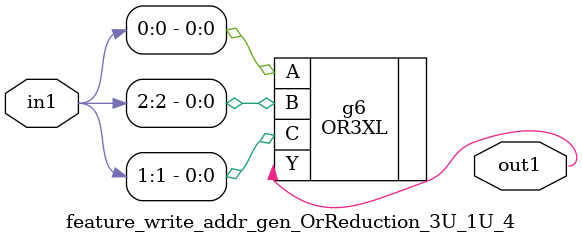
<source format=v>
`timescale 1ps / 1ps


module feature_write_addr_gen_OrReduction_3U_1U_4(in1, out1);
  input [2:0] in1;
  output out1;
  wire [2:0] in1;
  wire out1;
  OR3XL g6(.A (in1[0]), .B (in1[2]), .C (in1[1]), .Y (out1));
endmodule


</source>
